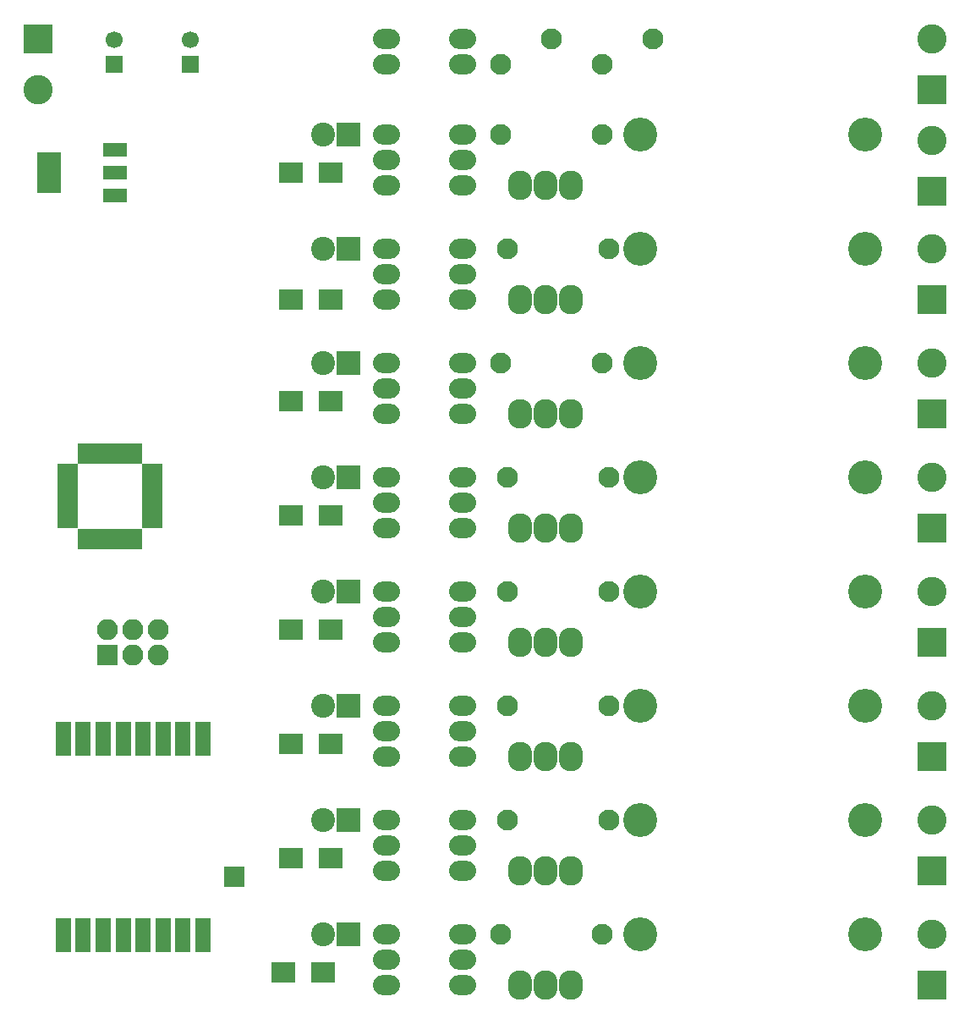
<source format=gts>
G04 #@! TF.FileFunction,Soldermask,Top*
%FSLAX46Y46*%
G04 Gerber Fmt 4.6, Leading zero omitted, Abs format (unit mm)*
G04 Created by KiCad (PCBNEW 4.0.5-e0-6337~49~ubuntu16.04.1) date Tue Jan 17 09:06:28 2017*
%MOMM*%
%LPD*%
G01*
G04 APERTURE LIST*
%ADD10C,0.100000*%
%ADD11R,2.940000X2.940000*%
%ADD12C,2.940000*%
%ADD13O,2.700000X2.000000*%
%ADD14O,2.432000X2.940000*%
%ADD15C,1.700000*%
%ADD16R,1.700000X1.700000*%
%ADD17R,2.432000X4.057600*%
%ADD18R,2.432000X1.416000*%
%ADD19C,3.400000*%
%ADD20R,2.400000X2.400000*%
%ADD21C,2.400000*%
%ADD22R,0.950000X2.000000*%
%ADD23R,2.000000X0.950000*%
%ADD24R,2.100000X2.100000*%
%ADD25R,2.400000X2.100000*%
%ADD26R,1.600000X3.400000*%
%ADD27C,2.099260*%
%ADD28O,2.100000X2.100000*%
G04 APERTURE END LIST*
D10*
D11*
X138430000Y-47625000D03*
D12*
X138430000Y-42545000D03*
D11*
X138430000Y-57785000D03*
D12*
X138430000Y-52705000D03*
D11*
X138430000Y-68580000D03*
D12*
X138430000Y-63500000D03*
D11*
X138430000Y-80010000D03*
D12*
X138430000Y-74930000D03*
D11*
X138430000Y-91440000D03*
D12*
X138430000Y-86360000D03*
D11*
X138430000Y-102870000D03*
D12*
X138430000Y-97790000D03*
D11*
X138430000Y-114300000D03*
D12*
X138430000Y-109220000D03*
D11*
X138430000Y-125730000D03*
D12*
X138430000Y-120650000D03*
D11*
X138430000Y-137160000D03*
D12*
X138430000Y-132080000D03*
D13*
X91440000Y-45085000D03*
X91440000Y-42545000D03*
X83820000Y-42545000D03*
X83820000Y-45085000D03*
X83820000Y-52070000D03*
X83820000Y-54610000D03*
X83820000Y-57150000D03*
X91440000Y-57150000D03*
X91440000Y-54610000D03*
X91440000Y-52070000D03*
X83820000Y-63500000D03*
X83820000Y-66040000D03*
X83820000Y-68580000D03*
X91440000Y-68580000D03*
X91440000Y-66040000D03*
X91440000Y-63500000D03*
X83820000Y-74930000D03*
X83820000Y-77470000D03*
X83820000Y-80010000D03*
X91440000Y-80010000D03*
X91440000Y-77470000D03*
X91440000Y-74930000D03*
X83820000Y-86360000D03*
X83820000Y-88900000D03*
X83820000Y-91440000D03*
X91440000Y-91440000D03*
X91440000Y-88900000D03*
X91440000Y-86360000D03*
X83820000Y-97790000D03*
X83820000Y-100330000D03*
X83820000Y-102870000D03*
X91440000Y-102870000D03*
X91440000Y-100330000D03*
X91440000Y-97790000D03*
X83820000Y-109220000D03*
X83820000Y-111760000D03*
X83820000Y-114300000D03*
X91440000Y-114300000D03*
X91440000Y-111760000D03*
X91440000Y-109220000D03*
X83820000Y-120650000D03*
X83820000Y-123190000D03*
X83820000Y-125730000D03*
X91440000Y-125730000D03*
X91440000Y-123190000D03*
X91440000Y-120650000D03*
X83820000Y-132080000D03*
X83820000Y-134620000D03*
X83820000Y-137160000D03*
X91440000Y-137160000D03*
X91440000Y-134620000D03*
X91440000Y-132080000D03*
D14*
X99695000Y-57150000D03*
X97155000Y-57150000D03*
X102235000Y-57150000D03*
X99695000Y-68580000D03*
X97155000Y-68580000D03*
X102235000Y-68580000D03*
X99695000Y-80010000D03*
X97155000Y-80010000D03*
X102235000Y-80010000D03*
X99695000Y-91440000D03*
X97155000Y-91440000D03*
X102235000Y-91440000D03*
X99695000Y-102870000D03*
X97155000Y-102870000D03*
X102235000Y-102870000D03*
X99695000Y-114300000D03*
X97155000Y-114300000D03*
X102235000Y-114300000D03*
X99695000Y-125730000D03*
X97155000Y-125730000D03*
X102235000Y-125730000D03*
X99695000Y-137160000D03*
X97155000Y-137160000D03*
X102235000Y-137160000D03*
D15*
X56515000Y-42585000D03*
D16*
X56515000Y-45085000D03*
D15*
X64135000Y-42585000D03*
D16*
X64135000Y-45085000D03*
D11*
X48895000Y-42545000D03*
D12*
X48895000Y-47625000D03*
D17*
X50038000Y-55880000D03*
D18*
X56642000Y-55880000D03*
X56642000Y-53594000D03*
X56642000Y-58166000D03*
D19*
X109220000Y-52070000D03*
X131720000Y-52070000D03*
X109220000Y-63500000D03*
X131720000Y-63500000D03*
X109220000Y-74930000D03*
X131720000Y-74930000D03*
X109220000Y-86360000D03*
X131720000Y-86360000D03*
X109220000Y-97790000D03*
X131720000Y-97790000D03*
X109220000Y-109220000D03*
X131720000Y-109220000D03*
X109220000Y-120650000D03*
X131720000Y-120650000D03*
X109220000Y-132080000D03*
X131720000Y-132080000D03*
D20*
X80010000Y-52070000D03*
D21*
X77470000Y-52070000D03*
D20*
X80010000Y-63500000D03*
D21*
X77470000Y-63500000D03*
D20*
X80010000Y-74930000D03*
D21*
X77470000Y-74930000D03*
D20*
X80010000Y-86360000D03*
D21*
X77470000Y-86360000D03*
D20*
X80010000Y-97790000D03*
D21*
X77470000Y-97790000D03*
D20*
X80010000Y-109220000D03*
D21*
X77470000Y-109220000D03*
D20*
X80010000Y-120650000D03*
D21*
X77470000Y-120650000D03*
D20*
X80010000Y-132080000D03*
D21*
X77470000Y-132080000D03*
D22*
X58934000Y-84015000D03*
X58134000Y-84015000D03*
X57334000Y-84015000D03*
X56534000Y-84015000D03*
X55734000Y-84015000D03*
X54934000Y-84015000D03*
X54134000Y-84015000D03*
X53334000Y-84015000D03*
D23*
X51884000Y-85465000D03*
X51884000Y-86265000D03*
X51884000Y-87065000D03*
X51884000Y-87865000D03*
X51884000Y-88665000D03*
X51884000Y-89465000D03*
X51884000Y-90265000D03*
X51884000Y-91065000D03*
D22*
X53334000Y-92515000D03*
X54134000Y-92515000D03*
X54934000Y-92515000D03*
X55734000Y-92515000D03*
X56534000Y-92515000D03*
X57334000Y-92515000D03*
X58134000Y-92515000D03*
X58934000Y-92515000D03*
D23*
X60384000Y-91065000D03*
X60384000Y-90265000D03*
X60384000Y-89465000D03*
X60384000Y-88665000D03*
X60384000Y-87865000D03*
X60384000Y-87065000D03*
X60384000Y-86265000D03*
X60384000Y-85465000D03*
D24*
X68580000Y-126365000D03*
D25*
X74200000Y-55880000D03*
X78200000Y-55880000D03*
X74200000Y-68580000D03*
X78200000Y-68580000D03*
X74200000Y-78740000D03*
X78200000Y-78740000D03*
X74200000Y-90170000D03*
X78200000Y-90170000D03*
X74200000Y-101600000D03*
X78200000Y-101600000D03*
X74200000Y-113030000D03*
X78200000Y-113030000D03*
X74200000Y-124460000D03*
X78200000Y-124460000D03*
X73438000Y-135890000D03*
X77438000Y-135890000D03*
D26*
X51435000Y-132210000D03*
X53435000Y-132210000D03*
X55435000Y-132210000D03*
X57435000Y-132210000D03*
X59435000Y-132210000D03*
X61435000Y-132210000D03*
X63435000Y-132210000D03*
X65435000Y-132210000D03*
X65435000Y-112510000D03*
X63435000Y-112510000D03*
X61435000Y-112510000D03*
X59435000Y-112510000D03*
X57435000Y-112510000D03*
X55435000Y-112510000D03*
X53435000Y-112510000D03*
X51435000Y-112510000D03*
D27*
X95249480Y-45087540D03*
X105409480Y-45087540D03*
X105410520Y-52067460D03*
X95250520Y-52067460D03*
X106045520Y-63497460D03*
X95885520Y-63497460D03*
X105410520Y-74927460D03*
X95250520Y-74927460D03*
X106045520Y-86357460D03*
X95885520Y-86357460D03*
X106045520Y-97787460D03*
X95885520Y-97787460D03*
X106045520Y-109217460D03*
X95885520Y-109217460D03*
X106045520Y-120647460D03*
X95885520Y-120647460D03*
X105410520Y-132077460D03*
X95250520Y-132077460D03*
X100329480Y-42547540D03*
X110489480Y-42547540D03*
D24*
X55880000Y-104140000D03*
D28*
X55880000Y-101600000D03*
X58420000Y-104140000D03*
X58420000Y-101600000D03*
X60960000Y-104140000D03*
X60960000Y-101600000D03*
M02*

</source>
